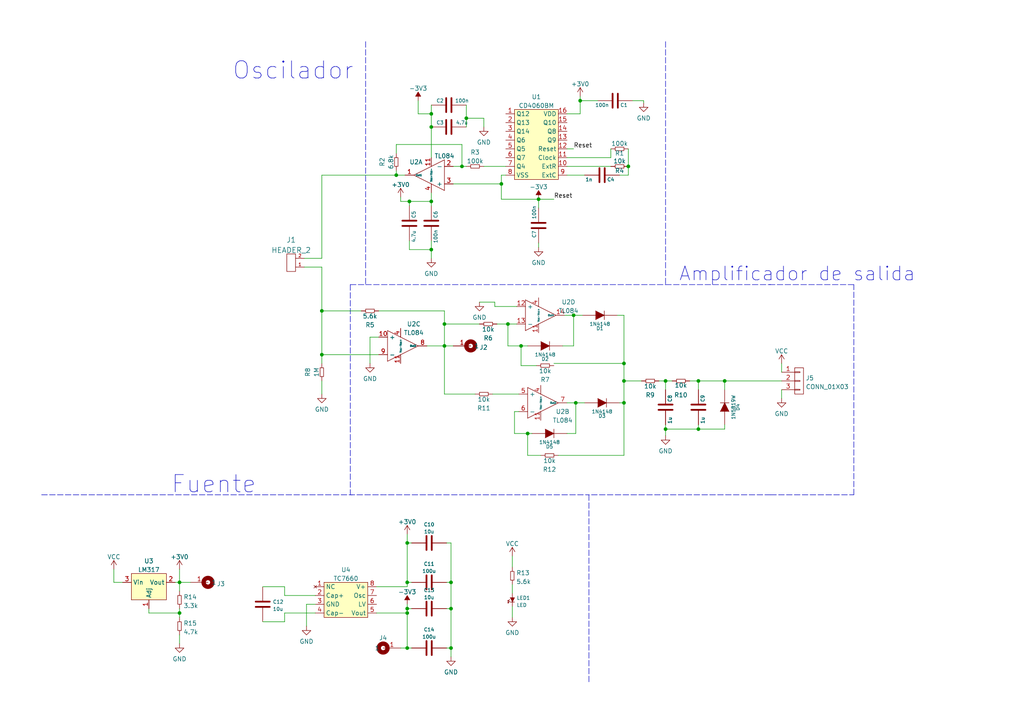
<source format=kicad_sch>
(kicad_sch (version 20211123) (generator eeschema)
  (paper "A4")
  (title_block (title "Medidor de conductividad") (date "2022-05-05") (rev "V0.1") (comment 1 "Autor: Dal Degan Santiago"))
  (lib_symbols
    (symbol "EESTN5:C" (pin_numbers hide) (pin_names (offset 0.254))
      (property "Reference" "C" (at 0 2.54 0))
      (property "Value" "C" (at 0.1524 -2.159 0))
      (symbol "C_0_1"
        (polyline (pts (xy -2.032 -0.762) (xy 2.032 -0.762)) (stroke (width 0.508)))
        (polyline (pts (xy -2.032 0.762) (xy 2.032 0.762)) (stroke (width 0.508)))
      )
      (symbol "C_1_1"
        (pin passive line (at 0 5.08 270) (length 4.318) (name "~") (number "1"))
        (pin passive line (at 0 -5.08 90) (length 4.318) (name "~") (number "2"))
      )
    )
    (symbol "EESTN5:CONN_01X03" (pin_names (offset 1.016) hide)
      (property "Reference" "J" (at 0 5.08 0))
      (property "Value" "CONN_01X03" (at 2.54 0 90))
      (symbol "CONN_01X03_0_1"
        (rectangle (start -1.27 -2.413) (end 0.254 -2.667))
        (rectangle (start -1.27 0.127) (end 0.254 -0.127))
        (rectangle (start -1.27 2.667) (end 0.254 2.413))
        (rectangle (start -1.27 3.81) (end 1.27 -3.81))
      )
      (symbol "CONN_01X03_1_1"
        (pin passive line (at -5.08 2.54 0) (length 3.81) (name "P1") (number "1"))
        (pin passive line (at -5.08 0 0) (length 3.81) (name "P2") (number "2"))
        (pin passive line (at -5.08 -2.54 0) (length 3.81) (name "P3") (number "3"))
      )
    )
    (symbol "EESTN5:Cable_PAD" (pin_names (offset 1.016))
      (property "Reference" "J" (at 0 5.08 0))
      (symbol "Cable_PAD_0_1"
        (circle (center 0 0) (radius 1.27) (stroke (width 1.27)))
      )
      (symbol "Cable_PAD_1_1"
        (pin input line (at -5.08 0 0) (length 5.08) (name "1") (number "1"))
      )
    )
    (symbol "EESTN5:DIODE" (pin_numbers hide) (pin_names (offset 1.016) hide)
      (property "Reference" "D" (at 0 2.54 0))
      (property "Value" "DIODE" (at 0 -2.54 0))
      (symbol "DIODE_0_1"
        (polyline (pts (xy 1.27 1.27) (xy 1.27 -1.27)) (stroke (width 0.1524)))
        (polyline (pts (xy -1.27 1.27) (xy 1.27 0) (xy -1.27 -1.27)) (fill (type outline)))
      )
      (symbol "DIODE_1_1"
        (pin passive line (at -5.08 0 0) (length 3.81) (name "A") (number "1"))
        (pin passive line (at 5.08 0 180) (length 3.81) (name "K") (number "2"))
      )
    )
    (symbol "EESTN5:HEADER_2" (pin_names (offset 0))
      (property "Reference" "J" (at 1.27 3.81 0))
      (property "Value" "HEADER_2" (at 1.27 -5.08 0))
      (symbol "HEADER_2_0_1"
        (rectangle (start 0 2.54) (end 2.54 -2.54))
      )
      (symbol "HEADER_2_1_1"
        (pin passive line (at -2.54 1.27 0) (length 2.54) (name "~") (number "1"))
        (pin passive line (at -2.54 -1.27 0) (length 2.54) (name "~") (number "2"))
      )
    )
    (symbol "EESTN5:LED" (pin_numbers hide) (pin_names (offset 1.016) hide)
      (property "Reference" "LED" (at 0 2.54 0))
      (property "Value" "LED" (at 0 -2.54 0))
      (symbol "LED_0_1"
        (polyline (pts (xy 0.508 -0.762) (xy 1.016 -1.27) (xy 1.016 -1.27)))
        (polyline (pts (xy 1.016 -0.762) (xy 1.524 -1.27) (xy 1.524 -1.27)))
        (polyline (pts (xy 1.27 -0.635) (xy 1.27 0.635) (xy 1.27 0.635)))
        (polyline (pts (xy 1.27 0) (xy 0 0.635) (xy 0 -0.635) (xy 0 -0.635)) (fill (type outline)))
        (polyline (pts (xy 1.524 -1.27) (xy 1.27 -1.27) (xy 1.524 -1.016) (xy 1.524 -1.27) (xy 1.524 -1.27)) (fill (type outline)))
        (polyline (pts (xy 1.016 -1.27) (xy 0.762 -1.27) (xy 1.016 -1.016) (xy 1.016 -1.27) (xy 1.016 -1.27) (xy 1.016 -1.27)) (fill (type outline)))
      )
      (symbol "LED_1_1"
        (pin passive line (at -1.27 0 0) (length 1.27) (name "A") (number "1"))
        (pin passive line (at 2.54 0 180) (length 1.27) (name "K") (number "2"))
      )
    )
    (symbol "EESTN5:R" (pin_numbers hide) (pin_names (offset 0))
      (property "Reference" "R" (at -1.27 0 90))
      (property "Value" "R" (at 1.27 0 90))
      (symbol "R_0_1"
        (rectangle (start 0.508 1.27) (end -0.508 -1.27))
      )
      (symbol "R_1_1"
        (pin passive line (at 0 2.54 270) (length 1.27) (name "~") (number "1"))
        (pin passive line (at 0 -2.54 90) (length 1.27) (name "~") (number "2"))
      )
    )
    (symbol "MacroLib:CD4060BM"
      (property "Reference" "U" (at 0 -11.43 0))
      (property "Value" "CD4060BM" (at 0 11.43 0))
      (symbol "CD4060BM_0_1"
        (rectangle (start -6.35 10.16) (end 6.35 -10.16) (stroke (width 0.1524)) (fill (type background)))
      )
      (symbol "CD4060BM_1_1"
        (pin output line (at -8.89 8.89 0) (length 2.54) (name "Q12") (number "1"))
        (pin input line (at 8.89 -6.35 180) (length 2.54) (name "ExtR") (number "10"))
        (pin input line (at 8.89 -3.81 180) (length 2.54) (name "Clock") (number "11"))
        (pin input line (at 8.89 -1.27 180) (length 2.54) (name "Reset") (number "12"))
        (pin output line (at 8.89 1.27 180) (length 2.54) (name "Q9") (number "13"))
        (pin output line (at 8.89 3.81 180) (length 2.54) (name "Q8") (number "14"))
        (pin output line (at 8.89 6.35 180) (length 2.54) (name "Q10") (number "15"))
        (pin power_in line (at 8.89 8.89 180) (length 2.54) (name "VDD") (number "16"))
        (pin output line (at -8.89 6.35 0) (length 2.54) (name "Q13") (number "2"))
        (pin output line (at -8.89 3.81 0) (length 2.54) (name "Q14") (number "3"))
        (pin output line (at -8.89 1.27 0) (length 2.54) (name "Q6") (number "4"))
        (pin output line (at -8.89 -1.27 0) (length 2.54) (name "Q5") (number "5"))
        (pin output line (at -8.89 -3.81 0) (length 2.54) (name "Q7") (number "6"))
        (pin output line (at -8.89 -6.35 0) (length 2.54) (name "Q4") (number "7"))
        (pin power_in line (at -8.89 -8.89 0) (length 2.54) (name "VSS") (number "8"))
        (pin input line (at 8.89 -8.89 180) (length 2.54) (name "ExtC") (number "9"))
      )
    )
    (symbol "MacroLib:LM317"
      (property "Reference" "U" (at 6.35 -2.286 0))
      (property "Value" "LM317" (at 0 4.064 0))
      (symbol "LM317_0_1"
        (rectangle (start -5.08 3.81) (end 5.08 -3.81) (stroke (width 0.1524)) (fill (type background)))
      )
      (symbol "LM317_1_1"
        (pin input line (at 0 -6.35 90) (length 2.54) (name "Adj") (number "1"))
        (pin power_out line (at 7.62 1.27 180) (length 2.54) (name "Vout") (number "2"))
        (pin power_in line (at -7.62 1.27 0) (length 2.54) (name "Vin") (number "3"))
      )
    )
    (symbol "MacroLib:TC7660"
      (property "Reference" "U" (at 0 -6.35 0))
      (property "Value" "TC7660" (at 0 6.35 0))
      (symbol "TC7660_0_1"
        (rectangle (start -6.35 5.08) (end 6.35 -5.08) (stroke (width 0.1524)) (fill (type background)))
      )
      (symbol "TC7660_1_1"
        (pin no_connect line (at -8.89 3.81 0) (length 2.54) (name "NC") (number "1"))
        (pin bidirectional line (at -8.89 1.27 0) (length 2.54) (name "Cap+") (number "2"))
        (pin power_in line (at -8.89 -1.27 0) (length 2.54) (name "GND") (number "3"))
        (pin bidirectional line (at -8.89 -3.81 0) (length 2.54) (name "Cap-") (number "4"))
        (pin power_out line (at 8.89 -3.81 180) (length 2.54) (name "Vout") (number "5"))
        (pin bidirectional line (at 8.89 -1.27 180) (length 2.54) (name "LV") (number "6"))
        (pin bidirectional line (at 8.89 1.27 180) (length 2.54) (name "Osc") (number "7"))
        (pin power_in line (at 8.89 3.81 180) (length 2.54) (name "V+") (number "8"))
      )
    )
    (symbol "MacroLib:TL084"
      (property "Reference" "U" (at 4.826 -2.794 0))
      (property "Value" "TL084" (at 4.572 4.826 0))
      (symbol "TL084_0_1"
        (polyline (pts (xy 0 -2.54) (xy -3.81 -4.445)) (stroke (width 0.1524)))
        (polyline (pts (xy 0 2.54) (xy -3.81 4.445)) (stroke (width 0.1524)))
        (polyline (pts (xy -3.81 2.54) (xy -3.81 4.445) (xy -3.81 -4.445)) (stroke (width 0.1524)))
        (polyline (pts (xy 0 2.54) (xy 5.08 0) (xy 0 -2.54)) (stroke (width 0.1524)))
        (pin power_in line (at 0 -5.08 90) (length 2.54) (name "Vcc-") (number "11"))
        (pin power_in line (at 0 5.08 270) (length 2.54) (name "Vcc+") (number "4"))
      )
      (symbol "TL084_1_1"
        (pin output line (at 7.62 0 180) (length 2.54) (name "Out1") (number "1"))
        (pin input line (at -6.35 -2.54 0) (length 2.54) (name "-") (number "2"))
        (pin input line (at -6.35 2.54 0) (length 2.54) (name "+") (number "3"))
      )
      (symbol "TL084_2_1"
        (pin input line (at -6.35 2.54 0) (length 2.54) (name "+") (number "5"))
        (pin input line (at -6.35 -2.54 0) (length 2.54) (name "-") (number "6"))
        (pin output line (at 7.62 0 180) (length 2.54) (name "Out2") (number "7"))
      )
      (symbol "TL084_3_1"
        (pin input line (at -6.35 2.54 0) (length 2.54) (name "+") (number "10"))
        (pin output line (at 7.62 0 180) (length 2.54) (name "Out3") (number "8"))
        (pin input line (at -6.35 -2.54 0) (length 2.54) (name "-") (number "9"))
      )
      (symbol "TL084_4_1"
        (pin input line (at -6.35 2.54 0) (length 2.54) (name "+") (number "12"))
        (pin input line (at -6.35 -2.54 0) (length 2.54) (name "-") (number "13"))
        (pin output line (at 7.62 0 180) (length 2.54) (name "Out4") (number "14"))
      )
    )
    (symbol "power:+3V0" (power) (pin_names (offset 0))
      (property "Value" "+3V0" (at 0 3.556 0))
      (symbol "+3V0_0_1"
        (polyline (pts (xy -0.762 1.27) (xy 0 2.54)))
        (polyline (pts (xy 0 0) (xy 0 2.54)))
        (polyline (pts (xy 0 2.54) (xy 0.762 1.27)))
      )
      (symbol "+3V0_1_1"
        (pin power_in line (at 0 0 90) (length 0) hide (name "+3V0") (number "1"))
      )
    )
    (symbol "power:-3V3" (power) (pin_names (offset 0))
      (property "Value" "-3V3" (at 0 3.81 0))
      (symbol "-3V3_0_0"
        (pin power_in line (at 0 0 90) (length 0) hide (name "-3V3") (number "1"))
      )
      (symbol "-3V3_0_1"
        (polyline (pts (xy 0 0) (xy 0 1.27) (xy 0.762 1.27) (xy 0 2.54) (xy -0.762 1.27) (xy 0 1.27)) (fill (type outline)))
      )
    )
    (symbol "power:GND" (power) (pin_names (offset 0))
      (property "Value" "GND" (at 0 -3.81 0))
      (symbol "GND_0_1"
        (polyline (pts (xy 0 0) (xy 0 -1.27) (xy 1.27 -1.27) (xy 0 -2.54) (xy -1.27 -1.27) (xy 0 -1.27)))
      )
      (symbol "GND_1_1"
        (pin power_in line (at 0 0 270) (length 0) hide (name "GND") (number "1"))
      )
    )
    (symbol "power:VCC" (power) (pin_names (offset 0))
      (property "Value" "VCC" (at 0 3.81 0))
      (symbol "VCC_0_1"
        (polyline (pts (xy -0.762 1.27) (xy 0 2.54)))
        (polyline (pts (xy 0 0) (xy 0 2.54)))
        (polyline (pts (xy 0 2.54) (xy 0.762 1.27)))
      )
      (symbol "VCC_1_1"
        (pin power_in line (at 0 0 90) (length 0) hide (name "VCC") (number "1"))
      )
    )
  )
  (junction (at 93.345 102.87))
  (junction (at 125.095 58.42))
  (junction (at 167.005 116.84))
  (junction (at 153.035 125.73))
  (junction (at 125.095 36.83))
  (junction (at 147.32 93.98))
  (junction (at 93.345 90.17))
  (junction (at 130.81 187.96))
  (junction (at 125.095 33.02))
  (junction (at 128.905 100.33))
  (junction (at 118.11 168.91))
  (junction (at 52.07 168.91))
  (junction (at 168.275 29.21))
  (junction (at 180.975 116.84))
  (junction (at 118.745 58.42))
  (junction (at 118.11 177.8))
  (junction (at 193.04 124.46))
  (junction (at 202.565 124.46))
  (junction (at 130.81 168.91))
  (junction (at 114.935 50.8))
  (junction (at 180.975 105.41))
  (junction (at 180.975 110.49))
  (junction (at 202.565 110.49))
  (junction (at 130.81 176.53))
  (junction (at 52.07 177.8))
  (junction (at 145.415 53.34))
  (junction (at 125.095 72.39))
  (junction (at 182.245 48.26))
  (junction (at 135.255 34.29))
  (junction (at 166.37 91.44))
  (junction (at 118.11 187.96))
  (junction (at 118.11 176.53))
  (junction (at 118.11 157.48))
  (junction (at 210.185 110.49))
  (junction (at 156.21 57.785))
  (junction (at 128.905 93.98))
  (junction (at 193.04 110.49))
  (junction (at 133.985 48.26))
  (junction (at 151.13 100.33))
  (wire (pts (xy 130.81 187.96) (xy 130.81 176.53)))
  (wire (pts (xy 128.905 100.33) (xy 131.445 100.33)))
  (wire (pts (xy 93.345 110.49) (xy 93.345 114.3)))
  (wire (pts (xy 142.875 114.3) (xy 150.495 114.3)))
  (wire (pts (xy 35.56 168.91) (xy 33.02 168.91)))
  (polyline (pts (xy 12.065 143.51) (xy 170.815 143.51)))
  (wire (pts (xy 193.04 124.46) (xy 193.04 126.365)))
  (wire (pts (xy 118.11 176.53) (xy 118.11 177.8)))
  (wire (pts (xy 210.185 110.49) (xy 226.695 110.49)))
  (wire (pts (xy 226.695 105.41) (xy 226.695 107.95)))
  (wire (pts (xy 129.54 187.96) (xy 130.81 187.96)))
  (wire (pts (xy 131.445 48.26) (xy 133.985 48.26)))
  (wire (pts (xy 147.32 93.98) (xy 149.86 93.98)))
  (wire (pts (xy 155.575 106.045) (xy 151.13 106.045)))
  (wire (pts (xy 179.705 50.8) (xy 182.245 50.8)))
  (wire (pts (xy 125.095 33.02) (xy 125.095 36.83)))
  (wire (pts (xy 167.005 116.84) (xy 164.465 116.84)))
  (wire (pts (xy 166.37 91.44) (xy 163.83 91.44)))
  (wire (pts (xy 43.18 176.53) (xy 43.18 177.8)))
  (wire (pts (xy 164.465 48.26) (xy 177.165 48.26)))
  (wire (pts (xy 93.345 74.93) (xy 88.265 74.93)))
  (wire (pts (xy 118.11 170.18) (xy 118.11 168.91)))
  (wire (pts (xy 135.255 30.48) (xy 135.255 34.29)))
  (wire (pts (xy 145.415 53.34) (xy 145.415 57.785)))
  (wire (pts (xy 130.81 168.91) (xy 130.81 157.48)))
  (wire (pts (xy 180.975 132.08) (xy 180.975 116.84)))
  (polyline (pts (xy 101.6 82.55) (xy 106.045 82.55)))
  (wire (pts (xy 140.335 48.26) (xy 146.685 48.26)))
  (wire (pts (xy 156.21 57.785) (xy 160.655 57.785)))
  (wire (pts (xy 166.37 91.44) (xy 168.91 91.44)))
  (wire (pts (xy 125.095 58.42) (xy 125.095 55.88)))
  (polyline (pts (xy 106.045 82.55) (xy 193.04 82.55)))
  (wire (pts (xy 186.69 29.845) (xy 186.69 29.21)))
  (wire (pts (xy 118.11 176.53) (xy 119.38 176.53)))
  (wire (pts (xy 151.13 100.33) (xy 153.035 100.33)))
  (wire (pts (xy 180.975 110.49) (xy 180.975 116.84)))
  (polyline (pts (xy 101.6 82.55) (xy 101.6 143.51)))
  (wire (pts (xy 129.54 168.91) (xy 130.81 168.91)))
  (wire (pts (xy 135.255 34.29) (xy 135.255 36.83)))
  (wire (pts (xy 147.32 93.98) (xy 147.32 100.33)))
  (polyline (pts (xy 106.045 12.065) (xy 106.045 82.55)))
  (wire (pts (xy 167.005 125.73) (xy 167.005 116.84)))
  (wire (pts (xy 149.225 125.73) (xy 153.035 125.73)))
  (wire (pts (xy 114.935 49.53) (xy 114.935 50.8)))
  (wire (pts (xy 179.07 91.44) (xy 180.975 91.44)))
  (wire (pts (xy 149.86 88.9) (xy 143.51 88.9)))
  (wire (pts (xy 150.495 119.38) (xy 149.225 119.38)))
  (wire (pts (xy 88.9 175.26) (xy 88.9 181.61)))
  (wire (pts (xy 130.81 168.91) (xy 130.81 176.53)))
  (wire (pts (xy 193.04 110.49) (xy 194.945 110.49)))
  (wire (pts (xy 114.935 41.91) (xy 133.985 41.91)))
  (wire (pts (xy 93.345 90.17) (xy 93.345 102.87)))
  (wire (pts (xy 125.095 33.02) (xy 121.285 33.02)))
  (wire (pts (xy 109.22 177.8) (xy 118.11 177.8)))
  (wire (pts (xy 137.795 114.3) (xy 128.905 114.3)))
  (wire (pts (xy 140.335 34.29) (xy 140.335 36.83)))
  (wire (pts (xy 82.55 170.18) (xy 76.2 170.18)))
  (wire (pts (xy 149.225 119.38) (xy 149.225 125.73)))
  (wire (pts (xy 114.935 44.45) (xy 114.935 41.91)))
  (wire (pts (xy 109.855 90.17) (xy 128.905 90.17)))
  (wire (pts (xy 177.165 45.72) (xy 177.165 43.18)))
  (wire (pts (xy 133.985 41.91) (xy 133.985 48.26)))
  (wire (pts (xy 143.51 87.63) (xy 139.065 87.63)))
  (wire (pts (xy 164.465 45.72) (xy 177.165 45.72)))
  (wire (pts (xy 143.51 88.9) (xy 143.51 87.63)))
  (wire (pts (xy 118.11 177.8) (xy 118.11 187.96)))
  (wire (pts (xy 128.905 93.98) (xy 128.905 100.33)))
  (wire (pts (xy 93.345 102.87) (xy 109.855 102.87)))
  (wire (pts (xy 135.255 34.29) (xy 140.335 34.29)))
  (wire (pts (xy 82.55 177.8) (xy 91.44 177.8)))
  (wire (pts (xy 130.81 176.53) (xy 129.54 176.53)))
  (wire (pts (xy 125.095 58.42) (xy 125.095 59.69)))
  (wire (pts (xy 148.59 169.545) (xy 148.59 172.085)))
  (wire (pts (xy 164.465 50.8) (xy 169.545 50.8)))
  (wire (pts (xy 166.37 100.33) (xy 166.37 91.44)))
  (wire (pts (xy 226.695 113.03) (xy 226.695 115.57)))
  (wire (pts (xy 128.905 100.33) (xy 123.825 100.33)))
  (wire (pts (xy 118.11 175.26) (xy 118.11 176.53)))
  (wire (pts (xy 193.04 113.03) (xy 193.04 110.49)))
  (wire (pts (xy 210.185 123.19) (xy 210.185 124.46)))
  (wire (pts (xy 148.59 175.895) (xy 148.59 179.07)))
  (wire (pts (xy 125.095 30.48) (xy 125.095 33.02)))
  (wire (pts (xy 116.205 187.96) (xy 118.11 187.96)))
  (wire (pts (xy 131.445 53.34) (xy 145.415 53.34)))
  (wire (pts (xy 52.07 177.8) (xy 52.07 176.53)))
  (wire (pts (xy 180.975 105.41) (xy 180.975 91.44)))
  (wire (pts (xy 82.55 172.72) (xy 82.55 170.18)))
  (wire (pts (xy 118.11 157.48) (xy 118.11 168.91)))
  (polyline (pts (xy 101.6 143.51) (xy 102.235 143.51)))
  (wire (pts (xy 167.005 116.84) (xy 169.545 116.84)))
  (wire (pts (xy 153.035 125.73) (xy 154.305 125.73)))
  (wire (pts (xy 118.11 187.96) (xy 119.38 187.96)))
  (wire (pts (xy 200.025 110.49) (xy 202.565 110.49)))
  (wire (pts (xy 153.035 132.08) (xy 156.845 132.08)))
  (wire (pts (xy 151.13 106.045) (xy 151.13 100.33)))
  (wire (pts (xy 144.145 93.98) (xy 147.32 93.98)))
  (wire (pts (xy 82.55 180.34) (xy 82.55 177.8)))
  (wire (pts (xy 107.315 105.41) (xy 107.315 97.79)))
  (polyline (pts (xy 193.04 12.065) (xy 193.04 82.55)))
  (wire (pts (xy 114.935 50.8) (xy 93.345 50.8)))
  (wire (pts (xy 118.745 58.42) (xy 118.745 59.69)))
  (wire (pts (xy 168.275 29.21) (xy 168.275 27.94)))
  (wire (pts (xy 148.59 161.29) (xy 148.59 164.465)))
  (wire (pts (xy 164.465 125.73) (xy 167.005 125.73)))
  (wire (pts (xy 118.745 69.85) (xy 118.745 72.39)))
  (polyline (pts (xy 223.52 143.51) (xy 170.815 143.51)))
  (wire (pts (xy 130.81 187.96) (xy 130.81 190.5)))
  (wire (pts (xy 121.285 33.02) (xy 121.285 29.21)))
  (wire (pts (xy 130.81 157.48) (xy 129.54 157.48)))
  (wire (pts (xy 125.095 72.39) (xy 125.095 69.85)))
  (wire (pts (xy 50.8 168.91) (xy 52.07 168.91)))
  (wire (pts (xy 163.195 100.33) (xy 166.37 100.33)))
  (wire (pts (xy 146.685 50.8) (xy 145.415 50.8)))
  (wire (pts (xy 210.185 113.03) (xy 210.185 110.49)))
  (wire (pts (xy 125.095 36.83) (xy 125.095 45.72)))
  (wire (pts (xy 180.975 110.49) (xy 186.055 110.49)))
  (wire (pts (xy 147.32 100.33) (xy 151.13 100.33)))
  (wire (pts (xy 180.975 105.41) (xy 180.975 110.49)))
  (wire (pts (xy 93.345 77.47) (xy 93.345 90.17)))
  (wire (pts (xy 93.345 50.8) (xy 93.345 74.93)))
  (wire (pts (xy 145.415 50.8) (xy 145.415 53.34)))
  (wire (pts (xy 107.315 97.79) (xy 109.855 97.79)))
  (wire (pts (xy 93.345 90.17) (xy 104.775 90.17)))
  (wire (pts (xy 193.04 110.49) (xy 191.135 110.49)))
  (wire (pts (xy 116.205 58.42) (xy 118.745 58.42)))
  (wire (pts (xy 109.22 170.18) (xy 118.11 170.18)))
  (wire (pts (xy 118.11 154.94) (xy 118.11 157.48)))
  (wire (pts (xy 52.07 168.91) (xy 55.245 168.91)))
  (wire (pts (xy 52.07 165.1) (xy 52.07 168.91)))
  (wire (pts (xy 76.2 180.34) (xy 82.55 180.34)))
  (wire (pts (xy 52.07 177.8) (xy 52.07 179.07)))
  (wire (pts (xy 133.985 48.26) (xy 135.255 48.26)))
  (wire (pts (xy 168.275 33.02) (xy 168.275 29.21)))
  (wire (pts (xy 91.44 175.26) (xy 88.9 175.26)))
  (wire (pts (xy 43.18 177.8) (xy 52.07 177.8)))
  (wire (pts (xy 118.745 58.42) (xy 125.095 58.42)))
  (wire (pts (xy 183.515 29.21) (xy 186.69 29.21)))
  (wire (pts (xy 116.205 57.15) (xy 116.205 58.42)))
  (wire (pts (xy 125.095 72.39) (xy 125.095 74.93)))
  (wire (pts (xy 91.44 172.72) (xy 82.55 172.72)))
  (wire (pts (xy 156.21 57.785) (xy 156.21 60.325)))
  (wire (pts (xy 180.975 116.84) (xy 179.705 116.84)))
  (wire (pts (xy 160.655 105.41) (xy 180.975 105.41)))
  (wire (pts (xy 182.245 50.8) (xy 182.245 48.26)))
  (wire (pts (xy 210.185 124.46) (xy 202.565 124.46)))
  (wire (pts (xy 193.04 124.46) (xy 193.04 123.19)))
  (wire (pts (xy 118.745 72.39) (xy 125.095 72.39)))
  (wire (pts (xy 202.565 123.19) (xy 202.565 124.46)))
  (wire (pts (xy 119.38 157.48) (xy 118.11 157.48)))
  (wire (pts (xy 52.07 184.15) (xy 52.07 186.69)))
  (wire (pts (xy 202.565 124.46) (xy 193.04 124.46)))
  (wire (pts (xy 128.905 114.3) (xy 128.905 100.33)))
  (wire (pts (xy 202.565 110.49) (xy 202.565 113.03)))
  (wire (pts (xy 210.185 110.49) (xy 202.565 110.49)))
  (wire (pts (xy 93.345 102.87) (xy 93.345 105.41)))
  (wire (pts (xy 164.465 33.02) (xy 168.275 33.02)))
  (wire (pts (xy 52.07 168.91) (xy 52.07 171.45)))
  (wire (pts (xy 128.905 93.98) (xy 139.065 93.98)))
  (wire (pts (xy 88.265 77.47) (xy 93.345 77.47)))
  (polyline (pts (xy 247.65 143.51) (xy 247.65 82.55)))
  (polyline (pts (xy 193.04 82.55) (xy 223.52 82.55)))
  (wire (pts (xy 118.11 168.91) (xy 119.38 168.91)))
  (polyline (pts (xy 247.65 82.55) (xy 222.885 82.55)))
  (wire (pts (xy 168.275 29.21) (xy 173.355 29.21)))
  (wire (pts (xy 156.21 70.485) (xy 156.21 71.755)))
  (wire (pts (xy 145.415 57.785) (xy 156.21 57.785)))
  (wire (pts (xy 182.245 43.18) (xy 182.245 48.26)))
  (polyline (pts (xy 170.815 143.51) (xy 170.815 198.12)))
  (wire (pts (xy 128.905 90.17) (xy 128.905 93.98)))
  (wire (pts (xy 164.465 43.18) (xy 166.37 43.18)))
  (wire (pts (xy 33.02 168.91) (xy 33.02 165.1)))
  (wire (pts (xy 153.035 132.08) (xy 153.035 125.73)))
  (wire (pts (xy 161.925 132.08) (xy 180.975 132.08)))
  (polyline (pts (xy 223.52 143.51) (xy 247.65 143.51)))
  (wire (pts (xy 114.935 50.8) (xy 117.475 50.8)))
  (text "Amplificador de salida" (at 196.85 81.915 0) (effects (font (size 4 4)) (justify left bottom)))
  (text "Fuente\n" (at 49.53 143.51 0) (effects (font (size 5 5)) (justify left bottom)))
  (text "Oscilador" (at 67.31 23.495 0) (effects (font (size 5 5)) (justify left bottom)))
  (label "Reset" (at 160.655 57.785 0))
  (label "Reset" (at 166.37 43.18 0))
  (symbol (lib_id "power:+3V0") (at 118.11 154.94 0) (unit 1)
    (property "Reference" "#PWR0101" (effects hide))
    (property "Value" "+3V0" (at 118.11 151.3642 0))
  )
  (symbol (lib_id "MacroLib:TC7660") (at 100.33 173.99 0) (unit 1)
    (property "Reference" "U4" (at 100.33 165.261 0))
    (property "Value" "TC7660" (at 100.33 167.7979 0))
    (property "Footprint" "MacroLib:DIP-8" (effects hide))
  )
  (symbol (lib_id "MacroLib:LM317") (at 43.18 170.18 0) (unit 1)
    (property "Reference" "U3" (at 43.18 162.721 0))
    (property "Value" "LM317" (at 43.18 165.2579 0))
    (property "Footprint" "MacroLib:TO-220-3_Vertical" (effects hide))
  )
  (symbol (lib_id "power:+3V0") (at 116.205 57.15 0) (unit 1)
    (property "Reference" "#PWR0108" (effects hide))
    (property "Value" "+3V0" (at 116.205 53.5742 0))
  )
  (symbol (lib_id "EESTN5:R") (at 93.345 107.95 180) (unit 1)
    (property "Reference" "R8" (at 89.2642 107.95 90))
    (property "Value" "1M" (at 91.8011 107.95 90))
    (property "Footprint" "EESTN5:RES0.3" (effects hide))
  )
  (symbol (lib_id "power:GND") (at 130.81 190.5 0) (unit 1)
    (property "Reference" "#PWR0103" (effects hide))
    (property "Value" "GND" (at 130.81 194.9434 0))
  )
  (symbol (lib_id "MacroLib:TL084") (at 156.21 91.44 0) (unit 4)
    (property "Reference" "U2" (at 164.8927 87.6133 0))
    (property "Value" "TL084" (at 164.8927 90.1502 0))
    (property "Footprint" "MacroLib:DIP-14" (effects hide))
  )
  (symbol (lib_id "EESTN5:DIODE") (at 210.185 118.11 90) (unit 1)
    (property "Reference" "D4" (at 213.995 118.11 0) (effects (font (size 1.016 1.016))))
    (property "Value" "1N5819W" (at 212.725 118.11 0) (effects (font (size 1.016 1.016))))
    (property "Footprint" "EESTN5:DO-41" (effects hide))
  )
  (symbol (lib_id "power:GND") (at 140.335 36.83 0) (unit 1)
    (property "Reference" "#PWR0119" (effects hide))
    (property "Value" "GND" (at 140.335 41.2734 0))
  )
  (symbol (lib_id "EESTN5:C") (at 178.435 29.21 90) (unit 1)
    (property "Reference" "C1" (at 180.975 30.48 90) (effects (font (size 1.016 1.016))))
    (property "Value" "100n" (at 174.625 30.48 90) (effects (font (size 1.016 1.016))))
    (property "Footprint" "EESTN5:CAP_0.1" (effects hide))
  )
  (symbol (lib_id "EESTN5:Cable_PAD") (at 111.125 187.96 180) (unit 1)
    (property "Reference" "J4" (at 111.125 185.0192 0))
    (property "Value" "Cable_PAD" (effects hide))
    (property "Footprint" "EESTN5:Cable_Doble_1,5mm" (effects hide))
  )
  (symbol (lib_id "EESTN5:R") (at 141.605 93.98 270) (unit 1)
    (property "Reference" "R6" (at 141.605 98.0608 90))
    (property "Value" "10k" (at 141.605 95.5239 90))
    (property "Footprint" "EESTN5:RES0.3" (effects hide))
  )
  (symbol (lib_id "power:GND") (at 226.695 115.57 0) (unit 1)
    (property "Reference" "#PWR02" (effects hide))
    (property "Value" "GND" (at 226.695 120.0134 0))
  )
  (symbol (lib_id "EESTN5:R") (at 179.705 48.26 90) (unit 1)
    (property "Reference" "R4" (at 179.705 49.53 90))
    (property "Value" "10k" (at 179.705 46.7161 90))
    (property "Footprint" "EESTN5:RES0.3" (effects hide))
  )
  (symbol (lib_id "power:GND") (at 156.21 71.755 0) (unit 1)
    (property "Reference" "#PWR0109" (effects hide))
    (property "Value" "GND" (at 156.21 76.1984 0))
  )
  (symbol (lib_id "power:-3V3") (at 156.21 57.785 0) (unit 1)
    (property "Reference" "#PWR0120" (effects hide))
    (property "Value" "-3V3" (at 156.21 54.2092 0))
  )
  (symbol (lib_id "power:GND") (at 139.065 87.63 0) (unit 1)
    (property "Reference" "#PWR0117" (effects hide))
    (property "Value" "GND" (at 139.065 92.0734 0))
  )
  (symbol (lib_id "power:VCC") (at 226.695 105.41 0) (unit 1)
    (property "Reference" "#PWR01" (effects hide))
    (property "Value" "VCC" (at 226.695 101.8342 0))
  )
  (symbol (lib_id "EESTN5:R") (at 159.385 132.08 270) (unit 1)
    (property "Reference" "R12" (at 159.385 136.1608 90))
    (property "Value" "10k" (at 159.385 133.6239 90))
    (property "Footprint" "EESTN5:RES0.3" (effects hide))
  )
  (symbol (lib_id "EESTN5:C") (at 124.46 187.96 90) (unit 1)
    (property "Reference" "C14" (at 124.46 182.6126 90) (effects (font (size 1.016 1.016))))
    (property "Value" "100u" (at 124.46 184.693 90) (effects (font (size 1.016 1.016))))
    (property "Footprint" "EESTN5:CAP_ELEC_5x11mm" (effects hide))
  )
  (symbol (lib_id "EESTN5:R") (at 188.595 110.49 270) (unit 1)
    (property "Reference" "R9" (at 188.595 114.5708 90))
    (property "Value" "10k" (at 188.595 112.0339 90))
    (property "Footprint" "EESTN5:RES0.3" (effects hide))
  )
  (symbol (lib_id "MacroLib:CD4060BM") (at 155.575 41.91 0) (unit 1)
    (property "Reference" "U1" (at 155.575 28.101 0))
    (property "Value" "CD4060BM" (at 155.575 30.6379 0))
    (property "Footprint" "MacroLib:DIP-16" (effects hide))
  )
  (symbol (lib_id "EESTN5:R") (at 52.07 173.99 0) (unit 1)
    (property "Reference" "R14" (at 53.213 173.1553 0) (effects (justify left)))
    (property "Value" "3.3k" (at 53.213 175.6922 0) (effects (justify left)))
    (property "Footprint" "EESTN5:RES0.3" (effects hide))
  )
  (symbol (lib_id "EESTN5:C") (at 174.625 50.8 90) (unit 1)
    (property "Reference" "C4" (at 177.165 52.07 90) (effects (font (size 1.016 1.016))))
    (property "Value" "1n" (at 170.815 52.07 90) (effects (font (size 1.016 1.016))))
    (property "Footprint" "EESTN5:CAP_0.1" (effects hide))
  )
  (symbol (lib_id "EESTN5:C") (at 124.46 168.91 90) (unit 1)
    (property "Reference" "C11" (at 124.46 163.5626 90) (effects (font (size 1.016 1.016))))
    (property "Value" "100u" (at 124.46 165.643 90) (effects (font (size 1.016 1.016))))
    (property "Footprint" "EESTN5:CAP_ELEC_5x11mm" (effects hide))
  )
  (symbol (lib_id "power:VCC") (at 33.02 165.1 0) (unit 1)
    (property "Reference" "#PWR0110" (effects hide))
    (property "Value" "VCC" (at 33.02 161.5242 0))
  )
  (symbol (lib_id "EESTN5:C") (at 156.21 65.405 0) (unit 1)
    (property "Reference" "C7" (at 154.94 67.945 90) (effects (font (size 1.016 1.016))))
    (property "Value" "100n" (at 154.94 61.595 90) (effects (font (size 1.016 1.016))))
    (property "Footprint" "EESTN5:CAP_0.1" (effects hide))
  )
  (symbol (lib_id "EESTN5:C") (at 124.46 157.48 90) (unit 1)
    (property "Reference" "C10" (at 124.46 152.1326 90) (effects (font (size 1.016 1.016))))
    (property "Value" "10u" (at 124.46 154.213 90) (effects (font (size 1.016 1.016))))
    (property "Footprint" "EESTN5:CAP_ELEC_5x11mm" (effects hide))
  )
  (symbol (lib_id "EESTN5:LED") (at 148.59 173.355 270) (unit 1)
    (property "Reference" "LED1" (at 149.86 173.4239 90) (effects (font (size 1.016 1.016)) (justify left)))
    (property "Value" "LED" (at 149.86 175.5043 90) (effects (font (size 1.016 1.016)) (justify left)))
    (property "Footprint" "EESTN5:led_3mm_red" (effects hide))
  )
  (symbol (lib_id "power:+3V0") (at 52.07 165.1 0) (unit 1)
    (property "Reference" "#PWR0111" (effects hide))
    (property "Value" "+3V0" (at 52.07 161.5242 0))
  )
  (symbol (lib_id "EESTN5:C") (at 130.175 36.83 270) (unit 1)
    (property "Reference" "C3" (at 127.635 35.56 90) (effects (font (size 1.016 1.016))))
    (property "Value" "4.7u" (at 133.985 35.56 90) (effects (font (size 1.016 1.016))))
    (property "Footprint" "EESTN5:CAP_ELEC_5x11mm" (effects hide))
  )
  (symbol (lib_id "EESTN5:C") (at 125.095 64.77 180) (unit 1)
    (property "Reference" "C6" (at 126.365 62.23 90) (effects (font (size 1.016 1.016))))
    (property "Value" "100n" (at 126.365 68.58 90) (effects (font (size 1.016 1.016))))
    (property "Footprint" "EESTN5:CAP_0.1" (effects hide))
  )
  (symbol (lib_id "power:GND") (at 193.04 126.365 0) (unit 1)
    (property "Reference" "#PWR0121" (effects hide))
    (property "Value" "GND" (at 193.04 130.8084 0))
  )
  (symbol (lib_id "EESTN5:C") (at 76.2 175.26 0) (unit 1)
    (property "Reference" "C12" (at 79.121 174.5669 0) (effects (font (size 1.016 1.016)) (justify left)))
    (property "Value" "10u" (at 79.121 176.6473 0) (effects (font (size 1.016 1.016)) (justify left)))
    (property "Footprint" "EESTN5:CAP_ELEC_5x11mm" (effects hide))
  )
  (symbol (lib_id "power:-3V3") (at 118.11 175.26 0) (unit 1)
    (property "Reference" "#PWR0102" (effects hide))
    (property "Value" "-3V3" (at 118.11 171.6842 0))
  )
  (symbol (lib_id "MacroLib:TL084") (at 156.845 116.84 0) (unit 2)
    (property "Reference" "U2" (at 163.195 119.38 0))
    (property "Value" "TL084" (at 163.195 121.92 0))
    (property "Footprint" "MacroLib:DIP-14" (effects hide))
  )
  (symbol (lib_id "EESTN5:R") (at 179.705 43.18 90) (unit 1)
    (property "Reference" "R1" (at 179.705 44.45 90))
    (property "Value" "100k" (at 179.705 41.6361 90))
    (property "Footprint" "EESTN5:RES0.3" (effects hide))
  )
  (symbol (lib_id "power:GND") (at 148.59 179.07 0) (unit 1)
    (property "Reference" "#PWR0106" (effects hide))
    (property "Value" "GND" (at 148.59 183.5134 0))
  )
  (symbol (lib_id "EESTN5:R") (at 52.07 181.61 0) (unit 1)
    (property "Reference" "R15" (at 53.213 180.7753 0) (effects (justify left)))
    (property "Value" "4.7k" (at 53.213 183.3122 0) (effects (justify left)))
    (property "Footprint" "EESTN5:RES0.3" (effects hide))
  )
  (symbol (lib_id "EESTN5:CONN_01X03") (at 231.775 110.49 0) (unit 1)
    (property "Reference" "J5" (at 233.68 109.6553 0) (effects (justify left)))
    (property "Value" "CONN_01X03" (at 233.68 112.1922 0) (effects (justify left)))
    (property "Footprint" "EESTN5:BORNERA3" (effects hide))
  )
  (symbol (lib_id "EESTN5:R") (at 107.315 90.17 270) (unit 1)
    (property "Reference" "R5" (at 107.315 94.2508 90))
    (property "Value" "5.6k" (at 107.315 91.7139 90))
    (property "Footprint" "EESTN5:RES0.3" (effects hide))
  )
  (symbol (lib_id "MacroLib:TL084") (at 125.095 50.8 180) (unit 1)
    (property "Reference" "U2" (at 118.745 46.99 0) (effects (justify right)))
    (property "Value" "TL084" (at 125.9839 45.2429 0) (effects (justify right)))
    (property "Footprint" "MacroLib:DIP-14" (effects hide))
  )
  (symbol (lib_id "EESTN5:C") (at 130.175 30.48 270) (unit 1)
    (property "Reference" "C2" (at 127.635 29.21 90) (effects (font (size 1.016 1.016))))
    (property "Value" "100n" (at 133.985 29.21 90) (effects (font (size 1.016 1.016))))
    (property "Footprint" "EESTN5:CAP_0.1" (effects hide))
  )
  (symbol (lib_id "EESTN5:R") (at 158.115 106.045 270) (unit 1)
    (property "Reference" "R7" (at 158.115 110.1258 90))
    (property "Value" "10k" (at 158.115 107.5889 90))
    (property "Footprint" "EESTN5:RES0.3" (effects hide))
  )
  (symbol (lib_id "EESTN5:DIODE") (at 158.115 100.33 0) (unit 1)
    (property "Reference" "D2" (at 158.115 104.14 0) (effects (font (size 1.016 1.016))))
    (property "Value" "1N4148" (at 158.115 102.87 0) (effects (font (size 1.016 1.016))))
    (property "Footprint" "EESTN5:DO-41" (effects hide))
  )
  (symbol (lib_id "power:GND") (at 125.095 74.93 0) (unit 1)
    (property "Reference" "#PWR0116" (effects hide))
    (property "Value" "GND" (at 125.095 79.3734 0))
  )
  (symbol (lib_id "EESTN5:R") (at 114.935 46.99 180) (unit 1)
    (property "Reference" "R2" (at 110.8542 46.99 90))
    (property "Value" "6.8k" (at 113.3911 46.99 90))
    (property "Footprint" "EESTN5:RES0.3" (effects hide))
  )
  (symbol (lib_id "EESTN5:R") (at 148.59 167.005 0) (unit 1)
    (property "Reference" "R13" (at 149.733 166.1703 0) (effects (justify left)))
    (property "Value" "5.6k" (at 149.733 168.7072 0) (effects (justify left)))
    (property "Footprint" "EESTN5:RES0.3" (effects hide))
  )
  (symbol (lib_id "power:GND") (at 88.9 181.61 0) (unit 1)
    (property "Reference" "#PWR0112" (effects hide))
    (property "Value" "GND" (at 88.9 186.0534 0))
  )
  (symbol (lib_id "EESTN5:Cable_PAD") (at 60.325 168.91 0) (unit 1)
    (property "Reference" "J3" (at 62.865 169.3438 0) (effects (justify left)))
    (property "Value" "Cable_PAD" (effects hide))
    (property "Footprint" "EESTN5:Cable_Doble_1,5mm" (effects hide))
  )
  (symbol (lib_id "EESTN5:R") (at 197.485 110.49 270) (unit 1)
    (property "Reference" "R10" (at 197.485 114.5708 90))
    (property "Value" "10k" (at 197.485 111.76 90))
    (property "Footprint" "EESTN5:RES0.3" (effects hide))
  )
  (symbol (lib_id "EESTN5:Cable_PAD") (at 136.525 100.33 0) (unit 1)
    (property "Reference" "J2" (at 139.065 100.7638 0) (effects (justify left)))
    (property "Value" "Cable_PAD" (effects hide))
    (property "Footprint" "EESTN5:Cable_Doble_1,5mm" (effects hide))
  )
  (symbol (lib_id "EESTN5:R") (at 140.335 114.3 270) (unit 1)
    (property "Reference" "R11" (at 140.335 118.3808 90))
    (property "Value" "10k" (at 140.335 115.8439 90))
    (property "Footprint" "EESTN5:RES0.3" (effects hide))
  )
  (symbol (lib_id "EESTN5:C") (at 202.565 118.11 180) (unit 1)
    (property "Reference" "C9" (at 203.835 115.57 90) (effects (font (size 1.016 1.016))))
    (property "Value" "1u" (at 203.835 121.92 90) (effects (font (size 1.016 1.016))))
    (property "Footprint" "EESTN5:CAP_ELEC_5x11mm" (effects hide))
  )
  (symbol (lib_id "EESTN5:C") (at 118.745 64.77 180) (unit 1)
    (property "Reference" "C5" (at 120.015 62.23 90) (effects (font (size 1.016 1.016))))
    (property "Value" "4.7u" (at 120.015 68.58 90) (effects (font (size 1.016 1.016))))
    (property "Footprint" "EESTN5:CAP_ELEC_5x11mm" (effects hide))
  )
  (symbol (lib_id "power:GND") (at 93.345 114.3 0) (unit 1)
    (property "Reference" "#PWR0104" (effects hide))
    (property "Value" "GND" (at 93.345 118.7434 0))
  )
  (symbol (lib_id "EESTN5:DIODE") (at 173.99 91.44 0) (unit 1)
    (property "Reference" "D1" (at 173.99 95.25 0) (effects (font (size 1.016 1.016))))
    (property "Value" "1N4148" (at 173.99 93.98 0) (effects (font (size 1.016 1.016))))
    (property "Footprint" "EESTN5:DO-41" (effects hide))
  )
  (symbol (lib_id "EESTN5:HEADER_2") (at 85.725 76.2 180) (unit 1)
    (property "Reference" "J1" (at 84.455 69.5759 0) (effects (font (size 1.524 1.524))))
    (property "Value" "HEADER_2" (at 84.455 72.5693 0) (effects (font (size 1.524 1.524))))
    (property "Footprint" "EESTN5:BORNERA2_AZUL" (effects hide))
  )
  (symbol (lib_id "power:GND") (at 107.315 105.41 0) (unit 1)
    (property "Reference" "#PWR0105" (effects hide))
    (property "Value" "GND" (at 107.315 109.8534 0))
  )
  (symbol (lib_id "MacroLib:TL084") (at 116.205 100.33 0) (unit 3)
    (property "Reference" "U2" (at 120.015 93.98 0))
    (property "Value" "TL084" (at 120.015 96.52 0))
    (property "Footprint" "MacroLib:DIP-14" (effects hide))
  )
  (symbol (lib_id "power:GND") (at 186.69 29.845 0) (unit 1)
    (property "Reference" "#PWR0115" (effects hide))
    (property "Value" "GND" (at 186.69 34.2884 0))
  )
  (symbol (lib_id "power:VCC") (at 148.59 161.29 0) (unit 1)
    (property "Reference" "#PWR0107" (effects hide))
    (property "Value" "VCC" (at 148.59 157.7142 0))
  )
  (symbol (lib_id "EESTN5:DIODE") (at 159.385 125.73 0) (unit 1)
    (property "Reference" "D5" (at 159.385 129.54 0) (effects (font (size 1.016 1.016))))
    (property "Value" "1N4148" (at 159.385 128.27 0) (effects (font (size 1.016 1.016))))
    (property "Footprint" "EESTN5:DO-41" (effects hide))
  )
  (symbol (lib_id "power:-3V3") (at 121.285 29.21 0) (unit 1)
    (property "Reference" "#PWR0118" (effects hide))
    (property "Value" "-3V3" (at 121.285 25.6342 0))
  )
  (symbol (lib_id "EESTN5:C") (at 193.04 118.11 180) (unit 1)
    (property "Reference" "C8" (at 194.31 115.57 90) (effects (font (size 1.016 1.016))))
    (property "Value" "1u" (at 194.31 121.92 90) (effects (font (size 1.016 1.016))))
    (property "Footprint" "EESTN5:CAP_ELEC_5x11mm" (effects hide))
  )
  (symbol (lib_id "power:GND") (at 52.07 186.69 0) (unit 1)
    (property "Reference" "#PWR0113" (effects hide))
    (property "Value" "GND" (at 52.07 191.1334 0))
  )
  (symbol (lib_id "EESTN5:C") (at 124.46 176.53 90) (unit 1)
    (property "Reference" "C13" (at 124.46 171.1826 90) (effects (font (size 1.016 1.016))))
    (property "Value" "10u" (at 124.46 173.263 90) (effects (font (size 1.016 1.016))))
    (property "Footprint" "EESTN5:CAP_ELEC_5x11mm" (effects hide))
  )
  (symbol (lib_id "EESTN5:R") (at 137.795 48.26 90) (unit 1)
    (property "Reference" "R3" (at 137.795 44.1792 90))
    (property "Value" "100k" (at 137.795 46.7161 90))
    (property "Footprint" "EESTN5:RES0.3" (effects hide))
  )
  (symbol (lib_id "EESTN5:DIODE") (at 174.625 116.84 0) (unit 1)
    (property "Reference" "D3" (at 174.625 120.65 0) (effects (font (size 1.016 1.016))))
    (property "Value" "1N4148" (at 174.625 119.38 0) (effects (font (size 1.016 1.016))))
    (property "Footprint" "EESTN5:DO-41" (effects hide))
  )
  (symbol (lib_id "power:+3V0") (at 168.275 27.94 0) (unit 1)
    (property "Reference" "#PWR0114" (effects hide))
    (property "Value" "+3V0" (at 168.275 24.3642 0))
  )
)
</source>
